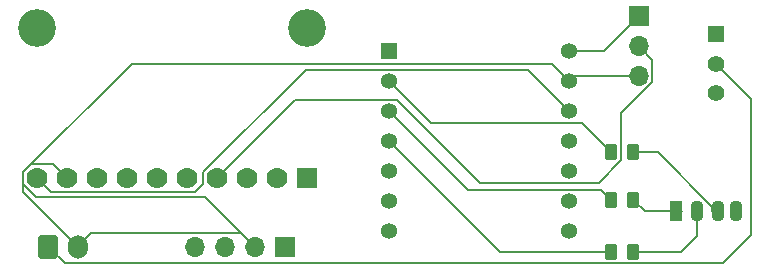
<source format=gbr>
%TF.GenerationSoftware,KiCad,Pcbnew,8.0.8*%
%TF.CreationDate,2025-05-04T21:19:18-07:00*%
%TF.ProjectId,ACL_Angle_Sensor,41434c5f-416e-4676-9c65-5f53656e736f,rev?*%
%TF.SameCoordinates,Original*%
%TF.FileFunction,Copper,L1,Top*%
%TF.FilePolarity,Positive*%
%FSLAX46Y46*%
G04 Gerber Fmt 4.6, Leading zero omitted, Abs format (unit mm)*
G04 Created by KiCad (PCBNEW 8.0.8) date 2025-05-04 21:19:18*
%MOMM*%
%LPD*%
G01*
G04 APERTURE LIST*
G04 Aperture macros list*
%AMRoundRect*
0 Rectangle with rounded corners*
0 $1 Rounding radius*
0 $2 $3 $4 $5 $6 $7 $8 $9 X,Y pos of 4 corners*
0 Add a 4 corners polygon primitive as box body*
4,1,4,$2,$3,$4,$5,$6,$7,$8,$9,$2,$3,0*
0 Add four circle primitives for the rounded corners*
1,1,$1+$1,$2,$3*
1,1,$1+$1,$4,$5*
1,1,$1+$1,$6,$7*
1,1,$1+$1,$8,$9*
0 Add four rect primitives between the rounded corners*
20,1,$1+$1,$2,$3,$4,$5,0*
20,1,$1+$1,$4,$5,$6,$7,0*
20,1,$1+$1,$6,$7,$8,$9,0*
20,1,$1+$1,$8,$9,$2,$3,0*%
G04 Aperture macros list end*
%TA.AperFunction,ComponentPad*%
%ADD10O,1.100000X1.800000*%
%TD*%
%TA.AperFunction,ComponentPad*%
%ADD11R,1.100000X1.800000*%
%TD*%
%TA.AperFunction,ComponentPad*%
%ADD12C,1.778000*%
%TD*%
%TA.AperFunction,ComponentPad*%
%ADD13R,1.778000X1.778000*%
%TD*%
%TA.AperFunction,ComponentPad*%
%ADD14C,3.200000*%
%TD*%
%TA.AperFunction,ComponentPad*%
%ADD15C,1.358000*%
%TD*%
%TA.AperFunction,ComponentPad*%
%ADD16R,1.358000X1.358000*%
%TD*%
%TA.AperFunction,ComponentPad*%
%ADD17C,1.408000*%
%TD*%
%TA.AperFunction,ComponentPad*%
%ADD18R,1.408000X1.408000*%
%TD*%
%TA.AperFunction,SMDPad,CuDef*%
%ADD19RoundRect,0.250000X-0.262500X-0.450000X0.262500X-0.450000X0.262500X0.450000X-0.262500X0.450000X0*%
%TD*%
%TA.AperFunction,ComponentPad*%
%ADD20R,1.700000X1.700000*%
%TD*%
%TA.AperFunction,ComponentPad*%
%ADD21O,1.700000X1.700000*%
%TD*%
%TA.AperFunction,ComponentPad*%
%ADD22RoundRect,0.250000X-0.600000X-0.750000X0.600000X-0.750000X0.600000X0.750000X-0.600000X0.750000X0*%
%TD*%
%TA.AperFunction,ComponentPad*%
%ADD23O,1.700000X2.000000*%
%TD*%
%TA.AperFunction,Conductor*%
%ADD24C,0.200000*%
%TD*%
G04 APERTURE END LIST*
D10*
%TO.P,D1,4,A*%
%TO.N,/GND*%
X150190000Y-59500000D03*
%TO.P,D1,3,RK*%
%TO.N,/LED_R*%
X148690000Y-59500000D03*
%TO.P,D1,2,BK*%
%TO.N,/LED_B*%
X146940000Y-59500000D03*
D11*
%TO.P,D1,1,GK*%
%TO.N,/LED_G*%
X145190000Y-59500000D03*
%TD*%
D12*
%TO.P,U2,6,ADDR*%
%TO.N,unconnected-(U2-ADDR-Pad6)*%
X101230000Y-56667500D03*
%TO.P,U2,7,SDA*%
%TO.N,/SDA*%
X98690000Y-56667500D03*
%TO.P,U2,8,SCL*%
%TO.N,/SCL*%
X96150000Y-56667500D03*
%TO.P,U2,9,GND*%
%TO.N,/GND*%
X93610000Y-56667500D03*
%TO.P,U2,10,VDD*%
%TO.N,/3V3*%
X91070000Y-56667500D03*
%TO.P,U2,5,ALERT*%
%TO.N,unconnected-(U2-ALERT-Pad5)*%
X103770000Y-56667500D03*
%TO.P,U2,4,A0*%
%TO.N,Net-(J2-Signal)*%
X106310000Y-56667500D03*
%TO.P,U2,3,A1*%
%TO.N,unconnected-(U2-A1-Pad3)*%
X108850000Y-56667500D03*
%TO.P,U2,2,A2*%
%TO.N,unconnected-(U2-A2-Pad2)*%
X111390000Y-56667500D03*
D13*
%TO.P,U2,1,A3*%
%TO.N,unconnected-(U2-A3-Pad1)*%
X113930000Y-56667500D03*
D14*
%TO.P,U2,P1*%
%TO.N,N/C*%
X91070000Y-43967500D03*
%TO.P,U2,P2*%
X113930000Y-43967500D03*
%TD*%
D15*
%TO.P,U1,11,D10*%
%TO.N,unconnected-(U1-D10-Pad11)*%
X136120000Y-53563500D03*
%TO.P,U1,10,D9*%
%TO.N,unconnected-(U1-D9-Pad10)*%
X136120000Y-56103500D03*
%TO.P,U1,9,D8*%
%TO.N,unconnected-(U1-D8-Pad9)*%
X136120000Y-58643500D03*
%TO.P,U1,8,RX_D7*%
%TO.N,unconnected-(U1-RX_D7-Pad8)*%
X136120000Y-61183500D03*
%TO.P,U1,12,VCC_3V3*%
%TO.N,/3V3*%
X136120000Y-51023500D03*
%TO.P,U1,13,GND*%
%TO.N,/GND*%
X136120000Y-48483500D03*
%TO.P,U1,14,VUSB*%
%TO.N,Net-(J1-5V)*%
X136120000Y-45943500D03*
%TO.P,U1,4,D3*%
%TO.N,Net-(U1-D3)*%
X120880000Y-53563500D03*
%TO.P,U1,5,D4*%
%TO.N,/SDA*%
X120880000Y-56103500D03*
%TO.P,U1,6,D5*%
%TO.N,/SCL*%
X120880000Y-58643500D03*
%TO.P,U1,7,TX_D6*%
%TO.N,unconnected-(U1-TX_D6-Pad7)*%
X120880000Y-61183500D03*
%TO.P,U1,3,D2*%
%TO.N,Net-(U1-D2)*%
X120880000Y-51023500D03*
%TO.P,U1,2,D1*%
%TO.N,Net-(U1-D1)*%
X120880000Y-48483500D03*
D16*
%TO.P,U1,1,D0*%
%TO.N,unconnected-(U1-D0-Pad1)*%
X120880000Y-45943500D03*
%TD*%
D17*
%TO.P,SW1,2,B*%
%TO.N,Net-(BT1-+)*%
X148500000Y-47000000D03*
D18*
%TO.P,SW1,1,A*%
%TO.N,Net-(J1-VIN)*%
X148500000Y-44500000D03*
D17*
%TO.P,SW1,3,C*%
%TO.N,unconnected-(SW1-C-Pad3)*%
X148500000Y-49500000D03*
%TD*%
D19*
%TO.P,R3,1*%
%TO.N,Net-(U1-D3)*%
X139675000Y-62900000D03*
%TO.P,R3,2*%
%TO.N,/LED_B*%
X141500000Y-62900000D03*
%TD*%
%TO.P,R2,1*%
%TO.N,Net-(U1-D2)*%
X139675000Y-58500000D03*
%TO.P,R2,2*%
%TO.N,/LED_G*%
X141500000Y-58500000D03*
%TD*%
%TO.P,R1,1*%
%TO.N,Net-(U1-D1)*%
X139675000Y-54500000D03*
%TO.P,R1,2*%
%TO.N,/LED_R*%
X141500000Y-54500000D03*
%TD*%
D20*
%TO.P,J2,1,VCC*%
%TO.N,Net-(J1-5V)*%
X142000000Y-42960000D03*
D21*
%TO.P,J2,2,Signal*%
%TO.N,Net-(J2-Signal)*%
X142000000Y-45500000D03*
%TO.P,J2,3,GND*%
%TO.N,/GND*%
X142000000Y-48040000D03*
%TD*%
%TO.P,J1,4,En*%
%TO.N,unconnected-(J1-En-Pad4)*%
X104420000Y-62500000D03*
%TO.P,J1,3,5V*%
%TO.N,Net-(J1-5V)*%
X106960000Y-62500000D03*
%TO.P,J1,2,GND*%
%TO.N,/GND*%
X109500000Y-62500000D03*
D20*
%TO.P,J1,1,VIN*%
%TO.N,Net-(J1-VIN)*%
X112040000Y-62500000D03*
%TD*%
D22*
%TO.P,BT1,1,+*%
%TO.N,Net-(BT1-+)*%
X92000000Y-62500000D03*
D23*
%TO.P,BT1,2,-*%
%TO.N,/GND*%
X94500000Y-62500000D03*
%TD*%
D24*
%TO.N,/GND*%
X109500000Y-62500000D02*
X105256500Y-58256500D01*
X105256500Y-58256500D02*
X90977500Y-58256500D01*
X90977500Y-58256500D02*
X89881000Y-57160000D01*
X89881000Y-57160000D02*
X89881000Y-56175000D01*
X89881000Y-56175000D02*
X99056000Y-47000000D01*
X99056000Y-47000000D02*
X134636500Y-47000000D01*
X134636500Y-47000000D02*
X136120000Y-48483500D01*
X94500000Y-62500000D02*
X95650000Y-61350000D01*
X95650000Y-61350000D02*
X108350000Y-61350000D01*
X108350000Y-61350000D02*
X109500000Y-62500000D01*
X93610000Y-56667500D02*
X92421000Y-55478500D01*
X92421000Y-55478500D02*
X90577500Y-55478500D01*
X90577500Y-55478500D02*
X89881000Y-56175000D01*
X89881000Y-57881000D02*
X94500000Y-62500000D01*
X89881000Y-56175000D02*
X89881000Y-57881000D01*
X142000000Y-48040000D02*
X136563500Y-48040000D01*
X136563500Y-48040000D02*
X136120000Y-48483500D01*
%TO.N,/LED_G*%
X145690000Y-59500000D02*
X142500000Y-59500000D01*
X142500000Y-59500000D02*
X141500000Y-58500000D01*
%TO.N,/LED_B*%
X146940000Y-59500000D02*
X146940000Y-61560000D01*
X145600000Y-62900000D02*
X141500000Y-62900000D01*
X146940000Y-61560000D02*
X145600000Y-62900000D01*
%TO.N,Net-(BT1-+)*%
X92000000Y-62500000D02*
X93400000Y-63900000D01*
X93400000Y-63900000D02*
X149100000Y-63900000D01*
X149100000Y-63900000D02*
X151500000Y-61500000D01*
X151500000Y-61500000D02*
X151500000Y-50000000D01*
X151500000Y-50000000D02*
X148500000Y-47000000D01*
%TO.N,/LED_R*%
X141500000Y-54500000D02*
X143595000Y-54500000D01*
X143595000Y-54500000D02*
X148230000Y-59135000D01*
X148230000Y-59135000D02*
X148230000Y-59500000D01*
%TO.N,/3V3*%
X91070000Y-56667500D02*
X92259000Y-57856500D01*
X92259000Y-57856500D02*
X104424500Y-57856500D01*
X105121000Y-56175000D02*
X113791500Y-47504500D01*
X113791500Y-47504500D02*
X132601000Y-47504500D01*
X104424500Y-57856500D02*
X105121000Y-57160000D01*
X105121000Y-57160000D02*
X105121000Y-56175000D01*
X132601000Y-47504500D02*
X136120000Y-51023500D01*
%TO.N,Net-(J2-Signal)*%
X142000000Y-45500000D02*
X143150000Y-46650000D01*
X143150000Y-46650000D02*
X143150000Y-48516346D01*
X138589744Y-57082500D02*
X128582500Y-57082500D01*
X143150000Y-48516346D02*
X140487500Y-51178846D01*
X140487500Y-51178846D02*
X140487500Y-55184744D01*
X128582500Y-57082500D02*
X121544500Y-50044500D01*
X140487500Y-55184744D02*
X138589744Y-57082500D01*
X112933000Y-50044500D02*
X106310000Y-56667500D01*
X121544500Y-50044500D02*
X112933000Y-50044500D01*
%TO.N,Net-(J1-5V)*%
X136120000Y-45943500D02*
X139016500Y-45943500D01*
X139016500Y-45943500D02*
X142000000Y-42960000D01*
%TO.N,Net-(U1-D3)*%
X120880000Y-53563500D02*
X130216500Y-62900000D01*
X130216500Y-62900000D02*
X139675000Y-62900000D01*
%TO.N,Net-(U1-D2)*%
X120880000Y-51023500D02*
X127521000Y-57664500D01*
X127521000Y-57664500D02*
X138839500Y-57664500D01*
X138839500Y-57664500D02*
X139675000Y-58500000D01*
%TO.N,Net-(U1-D1)*%
X120880000Y-48483500D02*
X124399000Y-52002500D01*
X124399000Y-52002500D02*
X137177500Y-52002500D01*
X137177500Y-52002500D02*
X139675000Y-54500000D01*
%TD*%
M02*

</source>
